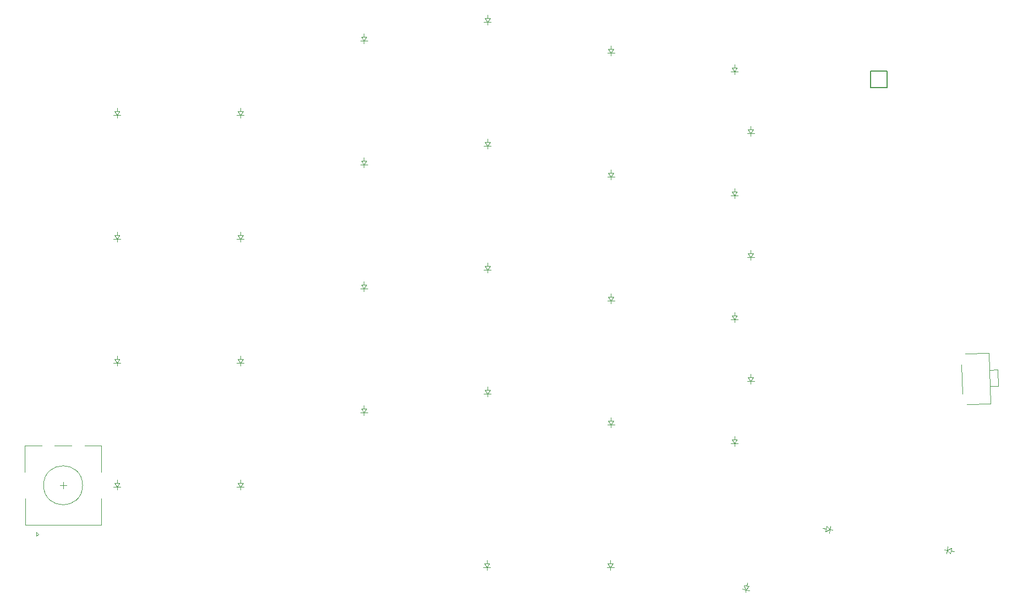
<source format=gto>
G04 #@! TF.GenerationSoftware,KiCad,Pcbnew,6.0.5-a6ca702e91~116~ubuntu20.04.1*
G04 #@! TF.CreationDate,2022-08-10T01:11:28+00:00*
G04 #@! TF.ProjectId,spleeb,73706c65-6562-42e6-9b69-6361645f7063,v1.0.0*
G04 #@! TF.SameCoordinates,Original*
G04 #@! TF.FileFunction,Legend,Top*
G04 #@! TF.FilePolarity,Positive*
%FSLAX46Y46*%
G04 Gerber Fmt 4.6, Leading zero omitted, Abs format (unit mm)*
G04 Created by KiCad (PCBNEW 6.0.5-a6ca702e91~116~ubuntu20.04.1) date 2022-08-10 01:11:28*
%MOMM*%
%LPD*%
G01*
G04 APERTURE LIST*
%ADD10C,0.150000*%
%ADD11C,0.100000*%
%ADD12C,0.120000*%
G04 APERTURE END LIST*
D10*
G04 #@! TO.C,MCU1*
D11*
G04 #@! TO.C,D4*
X8250000Y56800000D02*
X7850000Y57400000D01*
X7850000Y57400000D02*
X8650000Y57400000D01*
X8650000Y57400000D02*
X8250000Y56800000D01*
X8250000Y56800000D02*
X8800000Y56800000D01*
X8250000Y57400000D02*
X8250000Y57900000D01*
X8250000Y56800000D02*
X7700000Y56800000D01*
X8250000Y56400000D02*
X8250000Y56800000D01*
G04 #@! TO.C,D20*
X83850000Y66925000D02*
X84650000Y66925000D01*
X84250000Y66325000D02*
X83700000Y66325000D01*
X84250000Y66925000D02*
X84250000Y67425000D01*
X84250000Y66325000D02*
X83850000Y66925000D01*
X84250000Y66325000D02*
X84800000Y66325000D01*
X84250000Y65925000D02*
X84250000Y66325000D01*
X84650000Y66925000D02*
X84250000Y66325000D01*
D12*
G04 #@! TO.C,B1*
X142591340Y15099135D02*
X143840579Y15142759D01*
X143753330Y17641236D02*
X143840579Y15142759D01*
X142504091Y17597612D02*
X143753330Y17641236D01*
X139006065Y12322319D02*
X142683824Y12450749D01*
X138171811Y18446935D02*
X138328859Y13949676D01*
X142411608Y20245997D02*
X142683824Y12450749D01*
X138733849Y20117567D02*
X142411608Y20245997D01*
D11*
G04 #@! TO.C,D32*
X135940312Y-10075158D02*
X136600656Y-9785424D01*
X135940312Y-10075158D02*
X135844806Y-10616802D01*
X135940312Y-10075158D02*
X136035819Y-9533514D01*
X135546389Y-10005699D02*
X135940312Y-10075158D01*
X136461738Y-10573270D02*
X135940312Y-10075158D01*
X136600656Y-9785424D02*
X136461738Y-10573270D01*
X136531197Y-10179347D02*
X137023601Y-10266171D01*
G04 #@! TO.C,D13*
X65250000Y13937500D02*
X64850000Y14537500D01*
X65250000Y13537500D02*
X65250000Y13937500D01*
X65250000Y13937500D02*
X64700000Y13937500D01*
X65250000Y14537500D02*
X65250000Y15037500D01*
X65650000Y14537500D02*
X65250000Y13937500D01*
X65250000Y13937500D02*
X65800000Y13937500D01*
X64850000Y14537500D02*
X65650000Y14537500D01*
G04 #@! TO.C,D2*
X8250000Y18700000D02*
X7850000Y19300000D01*
X8250000Y18700000D02*
X7700000Y18700000D01*
X8650000Y19300000D02*
X8250000Y18700000D01*
X7850000Y19300000D02*
X8650000Y19300000D01*
X8250000Y19300000D02*
X8250000Y19800000D01*
X8250000Y18300000D02*
X8250000Y18700000D01*
X8250000Y18700000D02*
X8800000Y18700000D01*
G04 #@! TO.C,D6*
X27250000Y18700000D02*
X26850000Y19300000D01*
X26850000Y19300000D02*
X27650000Y19300000D01*
X27250000Y19300000D02*
X27250000Y19800000D01*
X27250000Y18700000D02*
X26700000Y18700000D01*
X27250000Y18300000D02*
X27250000Y18700000D01*
X27250000Y18700000D02*
X27800000Y18700000D01*
X27650000Y19300000D02*
X27250000Y18700000D01*
G04 #@! TO.C,D22*
X103250000Y25967500D02*
X103250000Y26467500D01*
X103250000Y24967500D02*
X103250000Y25367500D01*
X103250000Y25367500D02*
X102700000Y25367500D01*
X103650000Y25967500D02*
X103250000Y25367500D01*
X103250000Y25367500D02*
X102850000Y25967500D01*
X103250000Y25367500D02*
X103800000Y25367500D01*
X102850000Y25967500D02*
X103650000Y25967500D01*
G04 #@! TO.C,D26*
X105750000Y34917500D02*
X105200000Y34917500D01*
X105750000Y34917500D02*
X106300000Y34917500D01*
X105350000Y35517500D02*
X106150000Y35517500D01*
X105750000Y34917500D02*
X105350000Y35517500D01*
X105750000Y34517500D02*
X105750000Y34917500D01*
X105750000Y35517500D02*
X105750000Y36017500D01*
X106150000Y35517500D02*
X105750000Y34917500D01*
G04 #@! TO.C,D19*
X84250000Y47875000D02*
X84250000Y48375000D01*
X83850000Y47875000D02*
X84650000Y47875000D01*
X84250000Y46875000D02*
X84250000Y47275000D01*
X84250000Y47275000D02*
X83700000Y47275000D01*
X84250000Y47275000D02*
X83850000Y47875000D01*
X84250000Y47275000D02*
X84800000Y47275000D01*
X84650000Y47875000D02*
X84250000Y47275000D01*
G04 #@! TO.C,D10*
X46250000Y30730000D02*
X46250000Y31230000D01*
X46250000Y29730000D02*
X46250000Y30130000D01*
X45850000Y30730000D02*
X46650000Y30730000D01*
X46650000Y30730000D02*
X46250000Y30130000D01*
X46250000Y30130000D02*
X45850000Y30730000D01*
X46250000Y30130000D02*
X46800000Y30130000D01*
X46250000Y30130000D02*
X45700000Y30130000D01*
G04 #@! TO.C,D25*
X105750000Y16467500D02*
X105750000Y16967500D01*
X106150000Y16467500D02*
X105750000Y15867500D01*
X105750000Y15867500D02*
X105350000Y16467500D01*
X105350000Y16467500D02*
X106150000Y16467500D01*
X105750000Y15467500D02*
X105750000Y15867500D01*
X105750000Y15867500D02*
X106300000Y15867500D01*
X105750000Y15867500D02*
X105200000Y15867500D01*
G04 #@! TO.C,D12*
X46650000Y68830000D02*
X46250000Y68230000D01*
X46250000Y68830000D02*
X46250000Y69330000D01*
X46250000Y68230000D02*
X45850000Y68830000D01*
X46250000Y67830000D02*
X46250000Y68230000D01*
X46250000Y68230000D02*
X46800000Y68230000D01*
X46250000Y68230000D02*
X45700000Y68230000D01*
X45850000Y68830000D02*
X46650000Y68830000D01*
G04 #@! TO.C,D11*
X46250000Y49180000D02*
X46800000Y49180000D01*
X46650000Y49780000D02*
X46250000Y49180000D01*
X46250000Y49180000D02*
X45700000Y49180000D01*
X45850000Y49780000D02*
X46650000Y49780000D01*
X46250000Y48780000D02*
X46250000Y49180000D01*
X46250000Y49180000D02*
X45850000Y49780000D01*
X46250000Y49780000D02*
X46250000Y50280000D01*
G04 #@! TO.C,D7*
X27650000Y38350000D02*
X27250000Y37750000D01*
X27250000Y38350000D02*
X27250000Y38850000D01*
X26850000Y38350000D02*
X27650000Y38350000D01*
X27250000Y37750000D02*
X26700000Y37750000D01*
X27250000Y37350000D02*
X27250000Y37750000D01*
X27250000Y37750000D02*
X26850000Y38350000D01*
X27250000Y37750000D02*
X27800000Y37750000D01*
G04 #@! TO.C,D17*
X84250000Y9175000D02*
X83700000Y9175000D01*
X83850000Y9775000D02*
X84650000Y9775000D01*
X84650000Y9775000D02*
X84250000Y9175000D01*
X84250000Y9775000D02*
X84250000Y10275000D01*
X84250000Y9175000D02*
X83850000Y9775000D01*
X84250000Y8775000D02*
X84250000Y9175000D01*
X84250000Y9175000D02*
X84800000Y9175000D01*
D12*
G04 #@! TO.C,ROT1*
X-4140000Y-7920000D02*
X-4140000Y-7320000D01*
X-5940000Y1880000D02*
X-5940000Y5980000D01*
X-5840000Y-6220000D02*
X5860000Y-6220000D01*
X3260000Y5980000D02*
X5860000Y5980000D01*
X5860000Y-2120000D02*
X5860000Y-6220000D01*
X-540000Y-120000D02*
X460000Y-120000D01*
X-5940000Y5980000D02*
X-3340000Y5980000D01*
X-40000Y-620000D02*
X-40000Y380000D01*
X-5840000Y-2120000D02*
X-5840000Y-6220000D01*
X-1340000Y5980000D02*
X1260000Y5980000D01*
X-3840000Y-7620000D02*
X-4140000Y-7920000D01*
X-4140000Y-7320000D02*
X-3840000Y-7620000D01*
X5860000Y5980000D02*
X5860000Y1880000D01*
X2960000Y-120000D02*
G75*
G03*
X2960000Y-120000I-3000000J0D01*
G01*
D10*
G04 #@! TO.C,MCU1*
X126700000Y63557500D02*
X126700000Y61017500D01*
X124160000Y61017500D02*
X124160000Y63557500D01*
X126700000Y61017500D02*
X124160000Y61017500D01*
X126700000Y63557500D02*
X124160000Y63557500D01*
D11*
G04 #@! TO.C,D23*
X103650000Y45017500D02*
X103250000Y44417500D01*
X103250000Y44017500D02*
X103250000Y44417500D01*
X103250000Y44417500D02*
X102700000Y44417500D01*
X103250000Y44417500D02*
X103800000Y44417500D01*
X103250000Y44417500D02*
X102850000Y45017500D01*
X102850000Y45017500D02*
X103650000Y45017500D01*
X103250000Y45017500D02*
X103250000Y45517500D01*
G04 #@! TO.C,D15*
X65250000Y52637500D02*
X65250000Y53137500D01*
X65650000Y52637500D02*
X65250000Y52037500D01*
X65250000Y52037500D02*
X64850000Y52637500D01*
X65250000Y51637500D02*
X65250000Y52037500D01*
X64850000Y52637500D02*
X65650000Y52637500D01*
X65250000Y52037500D02*
X65800000Y52037500D01*
X65250000Y52037500D02*
X64700000Y52037500D01*
G04 #@! TO.C,D9*
X46250000Y11080000D02*
X45850000Y11680000D01*
X46250000Y11680000D02*
X46250000Y12180000D01*
X46250000Y11080000D02*
X45700000Y11080000D01*
X45850000Y11680000D02*
X46650000Y11680000D01*
X46650000Y11680000D02*
X46250000Y11080000D01*
X46250000Y10680000D02*
X46250000Y11080000D01*
X46250000Y11080000D02*
X46800000Y11080000D01*
G04 #@! TO.C,D27*
X105750000Y54567500D02*
X105750000Y55067500D01*
X105750000Y53967500D02*
X106300000Y53967500D01*
X105750000Y53967500D02*
X105350000Y54567500D01*
X105750000Y53567500D02*
X105750000Y53967500D01*
X105750000Y53967500D02*
X105200000Y53967500D01*
X105350000Y54567500D02*
X106150000Y54567500D01*
X106150000Y54567500D02*
X105750000Y53967500D01*
G04 #@! TO.C,D14*
X65250000Y32987500D02*
X65800000Y32987500D01*
X65250000Y33587500D02*
X65250000Y34087500D01*
X65250000Y32587500D02*
X65250000Y32987500D01*
X65650000Y33587500D02*
X65250000Y32987500D01*
X65250000Y32987500D02*
X64850000Y33587500D01*
X65250000Y32987500D02*
X64700000Y32987500D01*
X64850000Y33587500D02*
X65650000Y33587500D01*
G04 #@! TO.C,D16*
X65650000Y71687500D02*
X65250000Y71087500D01*
X65250000Y71087500D02*
X65800000Y71087500D01*
X65250000Y71687500D02*
X65250000Y72187500D01*
X65250000Y71087500D02*
X64700000Y71087500D01*
X65250000Y70687500D02*
X65250000Y71087500D01*
X64850000Y71687500D02*
X65650000Y71687500D01*
X65250000Y71087500D02*
X64850000Y71687500D01*
G04 #@! TO.C,D28*
X64750000Y-12132500D02*
X65550000Y-12132500D01*
X65150000Y-12732500D02*
X64750000Y-12132500D01*
X65150000Y-12732500D02*
X65700000Y-12732500D01*
X65150000Y-12732500D02*
X64600000Y-12732500D01*
X65550000Y-12132500D02*
X65150000Y-12732500D01*
X65150000Y-13132500D02*
X65150000Y-12732500D01*
X65150000Y-12132500D02*
X65150000Y-11632500D01*
G04 #@! TO.C,D21*
X103250000Y6317500D02*
X102850000Y6917500D01*
X103250000Y5917500D02*
X103250000Y6317500D01*
X102850000Y6917500D02*
X103650000Y6917500D01*
X103250000Y6917500D02*
X103250000Y7417500D01*
X103250000Y6317500D02*
X103800000Y6317500D01*
X103650000Y6917500D02*
X103250000Y6317500D01*
X103250000Y6317500D02*
X102700000Y6317500D01*
G04 #@! TO.C,D8*
X27650000Y57400000D02*
X27250000Y56800000D01*
X27250000Y56800000D02*
X26850000Y57400000D01*
X27250000Y57400000D02*
X27250000Y57900000D01*
X27250000Y56800000D02*
X27800000Y56800000D01*
X26850000Y57400000D02*
X27650000Y57400000D01*
X27250000Y56800000D02*
X26700000Y56800000D01*
X27250000Y56400000D02*
X27250000Y56800000D01*
G04 #@! TO.C,D30*
X105511999Y-15638355D02*
X105013887Y-16159781D01*
X105013887Y-16159781D02*
X104472243Y-16064274D01*
X104724153Y-15499437D02*
X105511999Y-15638355D01*
X105013887Y-16159781D02*
X104724153Y-15499437D01*
X104944428Y-16553704D02*
X105013887Y-16159781D01*
X105013887Y-16159781D02*
X105555531Y-16255287D01*
X105118076Y-15568896D02*
X105204900Y-15076492D01*
G04 #@! TO.C,D29*
X83750000Y-12132500D02*
X84550000Y-12132500D01*
X84150000Y-12132500D02*
X84150000Y-11632500D01*
X84150000Y-12732500D02*
X83750000Y-12132500D01*
X84150000Y-12732500D02*
X83600000Y-12732500D01*
X84150000Y-13132500D02*
X84150000Y-12732500D01*
X84150000Y-12732500D02*
X84700000Y-12732500D01*
X84550000Y-12132500D02*
X84150000Y-12732500D01*
G04 #@! TO.C,D3*
X8250000Y37750000D02*
X7700000Y37750000D01*
X8250000Y37750000D02*
X8800000Y37750000D01*
X7850000Y38350000D02*
X8650000Y38350000D01*
X8250000Y37350000D02*
X8250000Y37750000D01*
X8650000Y38350000D02*
X8250000Y37750000D01*
X8250000Y38350000D02*
X8250000Y38850000D01*
X8250000Y37750000D02*
X7850000Y38350000D01*
G04 #@! TO.C,D24*
X103250000Y63467500D02*
X103800000Y63467500D01*
X103250000Y63467500D02*
X102700000Y63467500D01*
X103250000Y64067500D02*
X103250000Y64567500D01*
X103250000Y63467500D02*
X102850000Y64067500D01*
X103250000Y63067500D02*
X103250000Y63467500D01*
X103650000Y64067500D02*
X103250000Y63467500D01*
X102850000Y64067500D02*
X103650000Y64067500D01*
G04 #@! TO.C,D18*
X83850000Y28825000D02*
X84650000Y28825000D01*
X84250000Y28225000D02*
X84800000Y28225000D01*
X84250000Y27825000D02*
X84250000Y28225000D01*
X84250000Y28825000D02*
X84250000Y29325000D01*
X84650000Y28825000D02*
X84250000Y28225000D01*
X84250000Y28225000D02*
X83700000Y28225000D01*
X84250000Y28225000D02*
X83850000Y28825000D01*
G04 #@! TO.C,D31*
X117327446Y-6793208D02*
X116835042Y-6706384D01*
X117918331Y-6897397D02*
X117822824Y-7439041D01*
X117918331Y-6897397D02*
X117257987Y-7187131D01*
X117396905Y-6399285D02*
X117918331Y-6897397D01*
X117918331Y-6897397D02*
X118013837Y-6355753D01*
X117257987Y-7187131D02*
X117396905Y-6399285D01*
X118312254Y-6966856D02*
X117918331Y-6897397D01*
G04 #@! TO.C,D5*
X26850000Y250000D02*
X27650000Y250000D01*
X27250000Y250000D02*
X27250000Y750000D01*
X27250000Y-350000D02*
X26850000Y250000D01*
X27650000Y250000D02*
X27250000Y-350000D01*
X27250000Y-750000D02*
X27250000Y-350000D01*
X27250000Y-350000D02*
X27800000Y-350000D01*
X27250000Y-350000D02*
X26700000Y-350000D01*
G04 #@! TO.C,D1*
X8250000Y-750000D02*
X8250000Y-350000D01*
X8250000Y-350000D02*
X7700000Y-350000D01*
X8250000Y-350000D02*
X7850000Y250000D01*
X8650000Y250000D02*
X8250000Y-350000D01*
X8250000Y250000D02*
X8250000Y750000D01*
X7850000Y250000D02*
X8650000Y250000D01*
X8250000Y-350000D02*
X8800000Y-350000D01*
G04 #@! TD*
M02*

</source>
